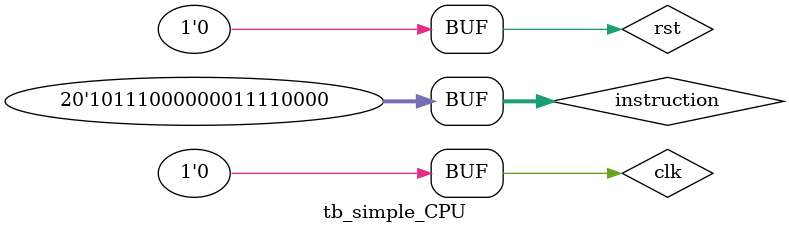
<source format=v>
`include "RegMem_tb.v"
`timescale 1ns / 1ps

 
module tb_simple_CPU;
       
    parameter DATA_WIDTH = 8; //8 bit wide data
    parameter ADDR_BITS = 5; //32 Addresses
    parameter INSTR_WIDTH =20; //20b instruction
   
    reg clk, rst;
    reg [INSTR_WIDTH-1:0] instruction;
 	reg [DATA_WIDTH-1:0] output_reg;
  
   
    
    simple_cpu  #(DATA_WIDTH,ADDR_BITS,INSTR_WIDTH) SCPU_DUT(clk, rst, instruction);
  
     
  	 
    
    initial begin
        $dumpfile("dump.vcd");
      	$dumpvars();
      
        clk = 1'b1;
        rst = 1'b1;
        instruction = 20'd0;
        repeat(3) #1 clk=!clk;
        rst = 1'b0;
        repeat(2) #1 clk=!clk;
                
                
        /*Info on the simple CPU:
            * Reset sets regfile = [0,1,2,3]
            * ADD = opcode 0, SUB = opcode 1  
        */
            
                                        //ADD:    reg0  = reg1 + reg3   //1+3=4
        //In the instruction this is:    (instr)  (X1)    (X2)   (X3)  
        instruction = 20'b01000111000000000000;
        repeat(8) #1 clk=!clk; //4 rising edges
        
                                        //ADD:    reg1  = reg0 + reg3   //4+3=7
        //In the instruction this is:    (instr)  (X1)    (X2)   (X3)
        instruction = 20'b01010011000000000000;
        repeat(6) #1 clk=!clk; 
                
                                         //SUB:   reg3  = reg0 - reg2  //4-2=2  
       //In the instruction this is:    (instr)  (X1)    (X2)   (X3) 
        instruction = 20'b01110010000000000001;
        repeat(6) #1 clk=!clk;
        
                                         //STORE_R:   DATA_MEM(reg2 + 15) = reg1  //DATA_MEM(2+15)=7  
        //In the instruction this is:    (instr)               (X2)         (X1)
        instruction = 20'b11011000000011110000;
        repeat(6) #1 clk=!clk;
        
                                           //STORE_R:   DATA_MEM(reg3 + 20) = reg0  //DATA_MEM(2+20)= 4  
        //In the instruction this is:    (instr)                 (X2)         (X1)
        instruction = 20'b11001100000101100000;
        repeat(6) #1 clk=!clk;

                                           //LOAD_R:   DATA_MEM(reg2 + 15) = reg3  //reg3 = DATA_MEM(2+15)  -> reg3 becomes 7  
        //In the instruction this is:    (instr)                (X2)         (X1)
        instruction = 20'b10111000000011110000;
        repeat(7) #1 clk=!clk;
        
      
      //LOAD_R:   DATA_MEM(reg2 + 15) = reg3  //reg3 = DATA_MEM(2+15)  -> reg3 becomes 7  
        //In the instruction this is:    (instr)                (X2)         (X1)
        instruction = 20'b10111000000011110000;
      	repeat(7) #1 clk=!clk;
        
    end
    
    
endmodule

</source>
